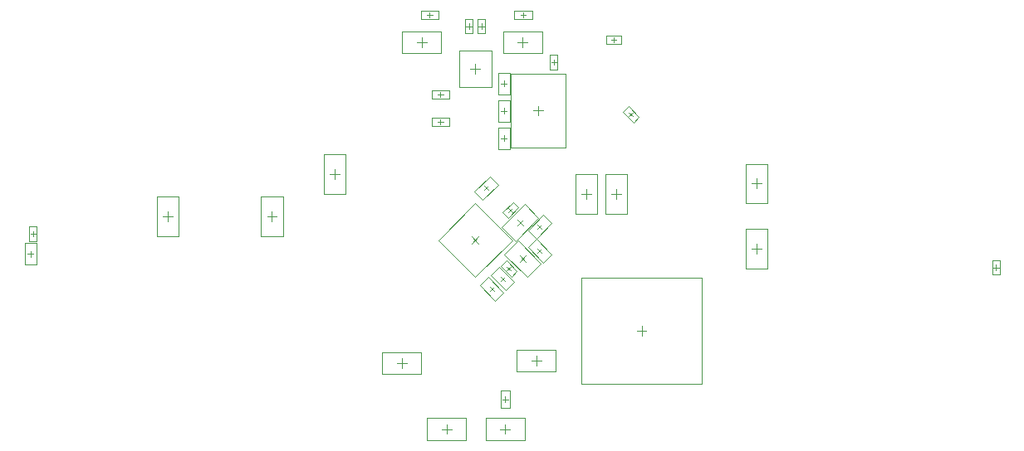
<source format=gbr>
%TF.GenerationSoftware,Altium Limited,Altium Designer,23.6.0 (18)*%
G04 Layer_Color=32768*
%FSLAX25Y25*%
%MOIN*%
%TF.SameCoordinates,9FC677E3-0757-43A4-AD8A-435CCD31EDD7*%
%TF.FilePolarity,Positive*%
%TF.FileFunction,Other,Mechanical_15*%
%TF.Part,Single*%
G01*
G75*
%TA.AperFunction,NonConductor*%
%ADD90C,0.00394*%
%ADD91C,0.00197*%
D90*
X44000Y81573D02*
Y83936D01*
X42819Y82755D02*
X45181D01*
X45000Y89747D02*
Y91912D01*
X43917Y90829D02*
X46083D01*
X97017Y97755D02*
X100954D01*
X98986Y95786D02*
Y99723D01*
X138938Y97755D02*
X142875D01*
X140906Y95786D02*
Y99723D01*
X164032Y114755D02*
X167968D01*
X166000Y112786D02*
Y116723D01*
X193000Y36786D02*
Y40723D01*
X191032Y38755D02*
X194968D01*
X201000Y165786D02*
Y169723D01*
X199031Y167755D02*
X202969D01*
X204228Y177672D02*
Y179837D01*
X203146Y178755D02*
X205311D01*
X211000Y10286D02*
Y14223D01*
X209032Y12255D02*
X212968D01*
X208500Y145672D02*
Y147837D01*
X207417Y146755D02*
X209583D01*
X208500Y134672D02*
Y136837D01*
X207417Y135755D02*
X209583D01*
X221108Y86839D02*
X223892Y89623D01*
X221108D02*
X223892Y86839D01*
X220532Y157105D02*
X224468D01*
X222500Y155136D02*
Y159073D01*
X218819Y174231D02*
X221181D01*
X220000Y173050D02*
Y175412D01*
X226029Y108284D02*
X227699Y109954D01*
X226029Y109954D02*
X227699Y108284D01*
X223819Y174231D02*
X226181D01*
X225000Y173050D02*
Y175412D01*
X228301Y69454D02*
X229971Y67784D01*
X228301D02*
X229971Y69454D01*
X234500Y10286D02*
Y14223D01*
X232531Y12255D02*
X236469D01*
X232665Y73567D02*
X234335Y71896D01*
X232665D02*
X234335Y73567D01*
X234000Y138973D02*
Y141336D01*
X232819Y140155D02*
X235181D01*
X234000Y128074D02*
Y130436D01*
X232819Y129255D02*
X235181D01*
X234000Y150074D02*
Y152436D01*
X232819Y151255D02*
X235181D01*
X234500Y23172D02*
Y25337D01*
X233417Y24255D02*
X235583D01*
X235234Y77520D02*
X236766Y75989D01*
X235234Y75989D02*
X236766Y77520D01*
X241516Y165786D02*
Y169723D01*
X239547Y167755D02*
X243484D01*
X235848Y99603D02*
X237379Y101134D01*
X235848D02*
X237379Y99603D01*
X239247Y96507D02*
X241753Y94002D01*
X239247D02*
X241753Y96507D01*
X240247Y79479D02*
X242753Y81984D01*
X240247D02*
X242753Y79479D01*
X245781Y140304D02*
X249718D01*
X247750Y138336D02*
Y142273D01*
X241772Y177672D02*
Y179837D01*
X240689Y178755D02*
X242854D01*
X247000Y37786D02*
Y41723D01*
X245031Y39755D02*
X248969D01*
X247529Y92784D02*
X249199Y94454D01*
X247529Y94454D02*
X249199Y92784D01*
X247529Y84726D02*
X249199Y83055D01*
X247529D02*
X249199Y84726D01*
X252917Y159755D02*
X255083D01*
X254000Y158672D02*
Y160837D01*
X265032Y106755D02*
X268969D01*
X267000Y104786D02*
Y108723D01*
X287283Y51755D02*
X291220D01*
X289252Y49786D02*
Y53723D01*
X277031Y106755D02*
X280968D01*
X279000Y104786D02*
Y108723D01*
X278000Y167672D02*
Y169837D01*
X276917Y168755D02*
X279083D01*
X284234Y137989D02*
X285766Y139520D01*
X284234Y139520D02*
X285766Y137989D01*
X333531Y84755D02*
X337469D01*
X335500Y82786D02*
Y86723D01*
X333531Y110983D02*
X337469D01*
X335500Y109014D02*
Y112951D01*
X431500Y76172D02*
Y78337D01*
X430417Y77255D02*
X432583D01*
D91*
X41638Y87085D02*
X46362D01*
X41638Y78424D02*
X46362D01*
Y87085D01*
X41638Y78424D02*
Y87085D01*
X43425Y87877D02*
X46575D01*
X43425Y93782D02*
X46575D01*
X43425Y87877D02*
Y93782D01*
X46575Y87877D02*
Y93782D01*
X103375Y89881D02*
Y105629D01*
X94596D02*
X103375D01*
X94596Y89881D02*
X103375D01*
X94596D02*
Y105629D01*
X145296Y89881D02*
Y105629D01*
X136517D02*
X145296D01*
X136517Y89881D02*
X145296D01*
X136517D02*
Y105629D01*
X170390Y106881D02*
Y122629D01*
X161610D02*
X170390D01*
X161610Y106881D02*
X170390D01*
X161610D02*
Y122629D01*
X185126Y43144D02*
X200874D01*
X185126Y34365D02*
Y43144D01*
X200874Y34365D02*
Y43144D01*
X185126Y34365D02*
X200874D01*
X193126Y172144D02*
X208874D01*
X193126Y163365D02*
Y172144D01*
X208874Y163365D02*
Y172144D01*
X193126Y163365D02*
X208874D01*
X200685Y180526D02*
X207772D01*
X200685Y176983D02*
X207772D01*
X200685D02*
Y180526D01*
X207772Y176983D02*
Y180526D01*
X203126Y7865D02*
X218874D01*
Y16644D01*
X203126Y7865D02*
Y16644D01*
X218874D01*
X204957Y144983D02*
X212043D01*
X204957Y148526D02*
X212043D01*
Y144983D02*
Y148526D01*
X204957Y144983D02*
Y148526D01*
Y133983D02*
X212043D01*
X204957Y137526D02*
X212043D01*
Y133983D02*
Y137526D01*
X204957Y133983D02*
Y137526D01*
X207745Y88231D02*
X222500Y73477D01*
Y102986D02*
X237255Y88231D01*
X222500Y73477D02*
X237255Y88231D01*
X207745D02*
X222500Y102986D01*
X216004Y149821D02*
Y164388D01*
X228996Y149821D02*
Y164388D01*
X216004Y149821D02*
X228996D01*
X216004Y164388D02*
X228996D01*
X218425Y171278D02*
Y177184D01*
X221575Y171278D02*
Y177184D01*
X218425Y171278D02*
X221575D01*
X218425Y177184D02*
X221575D01*
X228256Y113851D02*
X231597Y110511D01*
X222131Y107727D02*
X225472Y104386D01*
X231597Y110511D01*
X222131Y107727D02*
X228256Y113851D01*
X223425Y171278D02*
Y177184D01*
X226575Y171278D02*
Y177184D01*
X223425Y171278D02*
X226575D01*
X223425Y177184D02*
X226575D01*
X224403Y70011D02*
X227744Y73351D01*
X230528Y63886D02*
X233869Y67227D01*
X227744Y73351D02*
X233869Y67227D01*
X224403Y70011D02*
X230528Y63886D01*
X226626Y16644D02*
X242374D01*
X226626Y7865D02*
Y16644D01*
X242374Y7865D02*
Y16644D01*
X226626Y7865D02*
X242374D01*
X234892Y67999D02*
X238233Y71339D01*
X228767Y74123D02*
X232108Y77464D01*
X228767Y74123D02*
X234892Y67999D01*
X232108Y77464D02*
X238233Y71339D01*
X231638Y144485D02*
X236362D01*
X231638Y135824D02*
X236362D01*
Y144485D01*
X231638Y135824D02*
Y144485D01*
Y133585D02*
X236362D01*
X231638Y124924D02*
X236362D01*
Y133585D01*
X231638Y124924D02*
Y133585D01*
Y155585D02*
X236362D01*
X231638Y146924D02*
X236362D01*
Y155585D01*
X231638Y146924D02*
Y155585D01*
X232728Y27798D02*
X236272D01*
X232728Y20711D02*
X236272D01*
Y27798D01*
X232728Y20711D02*
Y27798D01*
X232799Y77729D02*
X235026Y79956D01*
X236974Y73553D02*
X239201Y75780D01*
X235026Y79956D02*
X239201Y75780D01*
X232799Y77729D02*
X236974Y73553D01*
X233642Y163365D02*
X249390D01*
Y172144D01*
X233642Y163365D02*
Y172144D01*
X249390D01*
X237588Y103570D02*
X239815Y101342D01*
X233412Y99394D02*
X235639Y97167D01*
X239815Y101342D01*
X233412Y99394D02*
X237588Y103570D01*
X238690Y87877D02*
X247877Y97064D01*
X233123Y93445D02*
X242309Y102632D01*
X247877Y97064D01*
X233123Y93445D02*
X238690Y87877D01*
X234123Y82541D02*
X243309Y73354D01*
X239690Y88109D02*
X248877Y78922D01*
X243309Y73354D02*
X248877Y78922D01*
X234123Y82541D02*
X239690Y88109D01*
X236726Y125540D02*
Y155068D01*
X258774Y125540D02*
Y155068D01*
X236726Y125540D02*
X258774D01*
X236726Y155068D02*
X258774D01*
X238228Y180526D02*
X245315D01*
X238228Y176983D02*
X245315D01*
X238228D02*
Y180526D01*
X245315Y176983D02*
Y180526D01*
X239126Y35365D02*
X254874D01*
Y44144D01*
X239126Y35365D02*
Y44144D01*
X254874D01*
X243632Y92227D02*
X246972Y88886D01*
X249756Y98351D02*
X253097Y95011D01*
X243632Y92227D02*
X249756Y98351D01*
X246972Y88886D02*
X253097Y95011D01*
X243632Y85282D02*
X246972Y88623D01*
X249756Y79158D02*
X253097Y82499D01*
X246972Y88623D02*
X253097Y82499D01*
X243632Y85282D02*
X249756Y79158D01*
X252425Y156802D02*
Y162707D01*
X255575Y156802D02*
Y162707D01*
X252425Y156802D02*
X255575D01*
X252425Y162707D02*
X255575D01*
X262610Y98881D02*
Y114629D01*
Y98881D02*
X271390D01*
X262610Y114629D02*
X271390D01*
Y98881D02*
Y114629D01*
X265236Y73211D02*
X313268D01*
Y30298D02*
Y73211D01*
X265236Y30298D02*
X313268D01*
X265236D02*
Y73211D01*
X274610Y98881D02*
Y114629D01*
Y98881D02*
X283390D01*
X274610Y114629D02*
X283390D01*
Y98881D02*
Y114629D01*
X275047Y167180D02*
X280953D01*
X275047Y170329D02*
X280953D01*
Y167180D02*
Y170329D01*
X275047Y167180D02*
Y170329D01*
X281799Y139729D02*
X285974Y135553D01*
X284026Y141956D02*
X288201Y137780D01*
X285974Y135553D02*
X288201Y137780D01*
X281799Y139729D02*
X284026Y141956D01*
X339890Y76881D02*
Y92629D01*
X331110D02*
X339890D01*
X331110Y76881D02*
X339890D01*
X331110D02*
Y92629D01*
X339890Y103109D02*
Y118857D01*
X331110D02*
X339890D01*
X331110Y103109D02*
X339890D01*
X331110D02*
Y118857D01*
X429925Y80207D02*
X433075D01*
X429925Y74302D02*
X433075D01*
Y80207D01*
X429925Y74302D02*
Y80207D01*
%TF.MD5,4eea74ce966d55ab7be4b797ac2bf7aa*%
M02*

</source>
